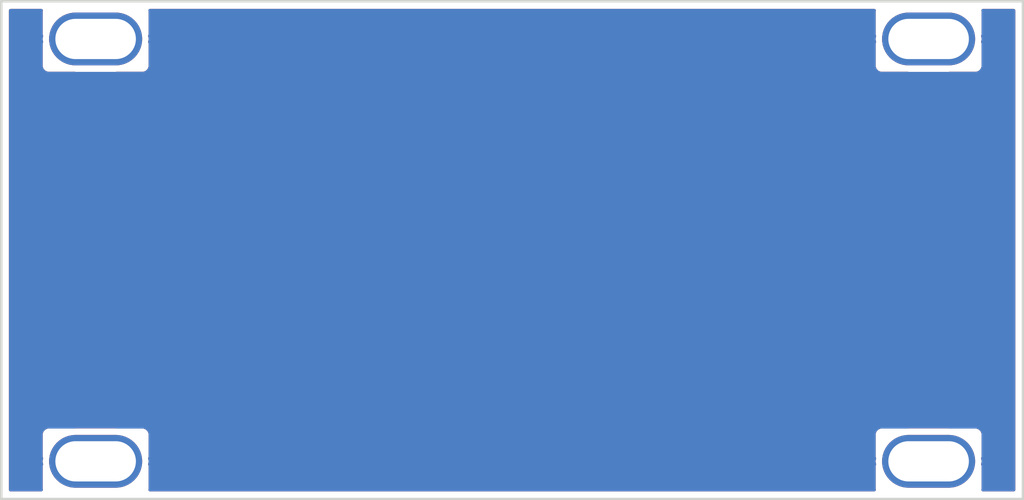
<source format=kicad_pcb>
(kicad_pcb (version 20171130) (host pcbnew "(5.0.0)")
  (layers (0 F.Cu signal) (31 B.Cu signal) (34 B.Paste user) (35 F.Paste user) (36 B.SilkS user) (37 F.SilkS user) (38 B.Mask user) (39 F.Mask user) (44 Edge.Cuts user))
  (net 0 "")
  (module Coriolis-KiCad:art_CoriolisBusinessCard_front (layer F.Cu) (at 40.6 19.8)
    (fp_text reference G*** hide)
    (fp_text value LOGO hide)
  )
  (module Coriolis-KiCad:panel_slot (layer F.Cu) (at 73.7 36.6)
    (fp_text reference MH1 hide)
    (fp_text value "M3 Rackmount" hide)
    (pad "" np_thru_hole roundrect (at 0 0) (size 7.4 4.2) (drill oval 6.4 3.2) (layers *.Cu *.Mask) (roundrect_rratio 0.5))
  )
  (module Coriolis-KiCad:panel_slot (layer F.Cu) (at 73.7 3)
    (fp_text reference MH1 hide)
    (fp_text value "M3 Rackmount" hide)
    (pad "" np_thru_hole roundrect (at 0 0) (size 7.4 4.2) (drill oval 6.4 3.2) (layers *.Cu *.Mask) (roundrect_rratio 0.5))
  )
  (module Coriolis-KiCad:panel_slot (layer F.Cu) (at 7.5 36.6)
    (fp_text reference MH1 hide)
    (fp_text value "M3 Rackmount" hide)
    (pad "" np_thru_hole roundrect (at 0 0) (size 7.4 4.2) (drill oval 6.4 3.2) (layers *.Cu *.Mask) (roundrect_rratio 0.5))
  )
  (module Coriolis-KiCad:art_CoriolisBusinessCard.back_mod (layer B.Cu) (at 40.6 19.8 180)
    (fp_text reference G*** hide)
    (fp_text value LOGO hide)
  )
  (module Coriolis-KiCad:panel_slot (layer F.Cu) (at 7.5 3)
    (fp_text reference MH1 hide)
    (fp_text value "M3 Rackmount" hide)
    (pad "" np_thru_hole roundrect (at 0 0) (size 7.4 4.2) (drill oval 6.4 3.2) (layers *.Cu *.Mask) (roundrect_rratio 0.5))
  )
  (gr_line (start 0 39.6) (end 0 0) (layer Edge.Cuts) (width 0.2))
  (gr_line (start 81.2 39.6) (end 0 39.6) (layer Edge.Cuts) (width 0.2))
  (gr_line (start 81.2 0) (end 81.2 39.6) (layer Edge.Cuts) (width 0.2))
  (gr_line (start 0 0) (end 81.2 0) (layer Edge.Cuts) (width 0.2))
  (zone (net 0) (net_name "") (layer F.Cu) (connect_pads (clearance 0.508)) (min_thickness 0.254) (fill yes (arc_segments 16) (thermal_gap 0.508) (thermal_bridge_width 0.508))
    (polygon (pts (xy 0 0) (xy 81.2 0) (xy 81.2 39.6) (xy 0 39.6)))
  )
  (zone (net 0) (net_name "") (layer B.Cu) (connect_pads (clearance 0.508)) (min_thickness 0.254) (fill yes (arc_segments 16) (thermal_gap 0.508) (thermal_bridge_width 0.508))
    (polygon (pts (xy 0 39.6) (xy 0 0) (xy 81.2 0) (xy 81.2 39.6)))
  )
)
</source>
